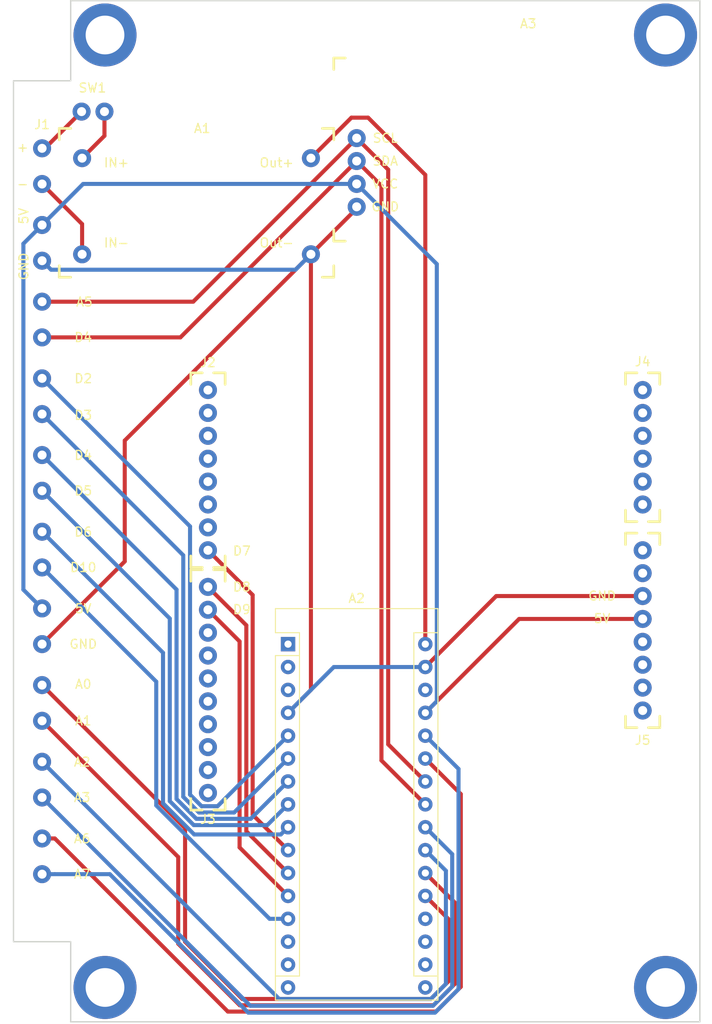
<source format=kicad_pcb>
(kicad_pcb (version 20171130) (host pcbnew "(5.0.0)")

  (general
    (thickness 1.6)
    (drawings 33)
    (tracks 126)
    (zones 0)
    (modules 13)
    (nets 60)
  )

  (page A4)
  (layers
    (0 F.Cu signal)
    (31 B.Cu signal)
    (32 B.Adhes user)
    (33 F.Adhes user)
    (34 B.Paste user)
    (35 F.Paste user)
    (36 B.SilkS user)
    (37 F.SilkS user)
    (38 B.Mask user)
    (39 F.Mask user)
    (40 Dwgs.User user)
    (41 Cmts.User user)
    (42 Eco1.User user)
    (43 Eco2.User user)
    (44 Edge.Cuts user)
    (45 Margin user)
    (46 B.CrtYd user)
    (47 F.CrtYd user)
    (48 B.Fab user)
    (49 F.Fab user)
  )

  (setup
    (last_trace_width 0.45)
    (trace_clearance 0.25)
    (zone_clearance 0.508)
    (zone_45_only no)
    (trace_min 0.2)
    (segment_width 0.2)
    (edge_width 0.15)
    (via_size 0.8)
    (via_drill 0.4)
    (via_min_size 0.4)
    (via_min_drill 0.3)
    (uvia_size 0.3)
    (uvia_drill 0.1)
    (uvias_allowed no)
    (uvia_min_size 0.2)
    (uvia_min_drill 0.1)
    (pcb_text_width 0.3)
    (pcb_text_size 1.5 1.5)
    (mod_edge_width 0.15)
    (mod_text_size 1 1)
    (mod_text_width 0.15)
    (pad_size 7 7)
    (pad_drill 4.3)
    (pad_to_mask_clearance 0.05)
    (solder_mask_min_width 0.2)
    (aux_axis_origin 0 0)
    (grid_origin 81.28 127)
    (visible_elements 7FFFFFFF)
    (pcbplotparams
      (layerselection 0x00030_ffffffff)
      (usegerberextensions false)
      (usegerberattributes false)
      (usegerberadvancedattributes false)
      (creategerberjobfile false)
      (excludeedgelayer true)
      (linewidth 0.100000)
      (plotframeref false)
      (viasonmask false)
      (mode 1)
      (useauxorigin false)
      (hpglpennumber 1)
      (hpglpenspeed 20)
      (hpglpendiameter 15.000000)
      (psnegative false)
      (psa4output false)
      (plotreference true)
      (plotvalue true)
      (plotinvisibletext false)
      (padsonsilk false)
      (subtractmaskfromsilk false)
      (outputformat 3)
      (mirror false)
      (drillshape 0)
      (scaleselection 1)
      (outputdirectory ""))
  )

  (net 0 "")
  (net 1 /gnd)
  (net 2 /vin)
  (net 3 /In+)
  (net 4 /In-)
  (net 5 "Net-(A2-Pad16)")
  (net 6 "Net-(A2-Pad15)")
  (net 7 "Net-(A2-Pad14)")
  (net 8 /d10)
  (net 9 "Net-(A2-Pad28)")
  (net 10 /d9)
  (net 11 /5v)
  (net 12 /d8)
  (net 13 /a7)
  (net 14 /d7)
  (net 15 /a6)
  (net 16 /d6)
  (net 17 /a5)
  (net 18 /d5)
  (net 19 /a4)
  (net 20 /d4)
  (net 21 /a3)
  (net 22 /d3)
  (net 23 /a2)
  (net 24 /d2)
  (net 25 /a1)
  (net 26 /a0)
  (net 27 "Net-(A2-Pad3)")
  (net 28 "Net-(A2-Pad18)")
  (net 29 "Net-(A2-Pad2)")
  (net 30 "Net-(A2-Pad17)")
  (net 31 "Net-(A2-Pad1)")
  (net 32 "Net-(J1-Pad1)")
  (net 33 "Net-(J2-Pad1)")
  (net 34 "Net-(J2-Pad2)")
  (net 35 "Net-(J2-Pad3)")
  (net 36 "Net-(J2-Pad4)")
  (net 37 "Net-(J2-Pad5)")
  (net 38 "Net-(J2-Pad6)")
  (net 39 "Net-(J2-Pad7)")
  (net 40 "Net-(J3-Pad10)")
  (net 41 "Net-(J3-Pad9)")
  (net 42 "Net-(J3-Pad8)")
  (net 43 "Net-(J3-Pad7)")
  (net 44 "Net-(J3-Pad6)")
  (net 45 "Net-(J3-Pad5)")
  (net 46 "Net-(J3-Pad4)")
  (net 47 "Net-(J3-Pad3)")
  (net 48 "Net-(J4-Pad6)")
  (net 49 "Net-(J4-Pad5)")
  (net 50 "Net-(J4-Pad4)")
  (net 51 "Net-(J4-Pad3)")
  (net 52 "Net-(J4-Pad2)")
  (net 53 "Net-(J4-Pad1)")
  (net 54 "Net-(J5-Pad1)")
  (net 55 "Net-(J5-Pad2)")
  (net 56 "Net-(J5-Pad5)")
  (net 57 "Net-(J5-Pad6)")
  (net 58 "Net-(J5-Pad7)")
  (net 59 "Net-(J5-Pad8)")

  (net_class Default "Это класс цепей по умолчанию."
    (clearance 0.25)
    (trace_width 0.45)
    (via_dia 0.8)
    (via_drill 0.4)
    (uvia_dia 0.3)
    (uvia_drill 0.1)
    (add_net /5v)
    (add_net /In+)
    (add_net /In-)
    (add_net /a0)
    (add_net /a1)
    (add_net /a2)
    (add_net /a3)
    (add_net /a4)
    (add_net /a5)
    (add_net /a6)
    (add_net /a7)
    (add_net /d10)
    (add_net /d2)
    (add_net /d3)
    (add_net /d4)
    (add_net /d5)
    (add_net /d6)
    (add_net /d7)
    (add_net /d8)
    (add_net /d9)
    (add_net /gnd)
    (add_net /vin)
    (add_net "Net-(A2-Pad1)")
    (add_net "Net-(A2-Pad14)")
    (add_net "Net-(A2-Pad15)")
    (add_net "Net-(A2-Pad16)")
    (add_net "Net-(A2-Pad17)")
    (add_net "Net-(A2-Pad18)")
    (add_net "Net-(A2-Pad2)")
    (add_net "Net-(A2-Pad28)")
    (add_net "Net-(A2-Pad3)")
    (add_net "Net-(J1-Pad1)")
    (add_net "Net-(J2-Pad1)")
    (add_net "Net-(J2-Pad2)")
    (add_net "Net-(J2-Pad3)")
    (add_net "Net-(J2-Pad4)")
    (add_net "Net-(J2-Pad5)")
    (add_net "Net-(J2-Pad6)")
    (add_net "Net-(J2-Pad7)")
    (add_net "Net-(J3-Pad10)")
    (add_net "Net-(J3-Pad3)")
    (add_net "Net-(J3-Pad4)")
    (add_net "Net-(J3-Pad5)")
    (add_net "Net-(J3-Pad6)")
    (add_net "Net-(J3-Pad7)")
    (add_net "Net-(J3-Pad8)")
    (add_net "Net-(J3-Pad9)")
    (add_net "Net-(J4-Pad1)")
    (add_net "Net-(J4-Pad2)")
    (add_net "Net-(J4-Pad3)")
    (add_net "Net-(J4-Pad4)")
    (add_net "Net-(J4-Pad5)")
    (add_net "Net-(J4-Pad6)")
    (add_net "Net-(J5-Pad1)")
    (add_net "Net-(J5-Pad2)")
    (add_net "Net-(J5-Pad5)")
    (add_net "Net-(J5-Pad6)")
    (add_net "Net-(J5-Pad7)")
    (add_net "Net-(J5-Pad8)")
  )

  (module module_4:Arduino_Nano (layer F.Cu) (tedit 5C6F91C9) (tstamp 5C71596F)
    (at 111.76 85.09)
    (descr "Arduino Nano, http://www.mouser.com/pdfdocs/Gravitech_Arduino_Nano3_0.pdf")
    (tags "Arduino Nano")
    (path /5C6C582B)
    (fp_text reference A2 (at 7.62 -5.08) (layer F.SilkS)
      (effects (font (size 1 1) (thickness 0.15)))
    )
    (fp_text value Arduino_Nano_v3.x (at 8.89 19.05 90) (layer F.Fab)
      (effects (font (size 1 1) (thickness 0.15)))
    )
    (fp_line (start 16.75 42.16) (end -1.53 42.16) (layer F.CrtYd) (width 0.05))
    (fp_line (start 16.75 42.16) (end 16.75 -4.06) (layer F.CrtYd) (width 0.05))
    (fp_line (start -1.53 -4.06) (end -1.53 42.16) (layer F.CrtYd) (width 0.05))
    (fp_line (start -1.53 -4.06) (end 16.75 -4.06) (layer F.CrtYd) (width 0.05))
    (fp_line (start 16.51 -3.81) (end 16.51 39.37) (layer F.Fab) (width 0.1))
    (fp_line (start 0 -3.81) (end 16.51 -3.81) (layer F.Fab) (width 0.1))
    (fp_line (start -1.27 -2.54) (end 0 -3.81) (layer F.Fab) (width 0.1))
    (fp_line (start -1.27 39.37) (end -1.27 -2.54) (layer F.Fab) (width 0.1))
    (fp_line (start 16.51 39.37) (end -1.27 39.37) (layer F.Fab) (width 0.1))
    (fp_line (start 16.64 -3.94) (end -1.4 -3.94) (layer F.SilkS) (width 0.12))
    (fp_line (start 16.64 39.5) (end 16.64 -3.94) (layer F.SilkS) (width 0.12))
    (fp_line (start -1.4 39.5) (end 16.64 39.5) (layer F.SilkS) (width 0.12))
    (fp_line (start 3.81 41.91) (end 3.81 31.75) (layer F.Fab) (width 0.1))
    (fp_line (start 11.43 41.91) (end 3.81 41.91) (layer F.Fab) (width 0.1))
    (fp_line (start 11.43 31.75) (end 11.43 41.91) (layer F.Fab) (width 0.1))
    (fp_line (start 3.81 31.75) (end 11.43 31.75) (layer F.Fab) (width 0.1))
    (fp_line (start 1.27 36.83) (end -1.4 36.83) (layer F.SilkS) (width 0.12))
    (fp_line (start 1.27 1.27) (end 1.27 36.83) (layer F.SilkS) (width 0.12))
    (fp_line (start 1.27 1.27) (end -1.4 1.27) (layer F.SilkS) (width 0.12))
    (fp_line (start 13.97 36.83) (end 16.64 36.83) (layer F.SilkS) (width 0.12))
    (fp_line (start 13.97 -1.27) (end 13.97 36.83) (layer F.SilkS) (width 0.12))
    (fp_line (start 13.97 -1.27) (end 16.64 -1.27) (layer F.SilkS) (width 0.12))
    (fp_line (start -1.4 -3.94) (end -1.4 -1.27) (layer F.SilkS) (width 0.12))
    (fp_line (start -1.4 1.27) (end -1.4 39.5) (layer F.SilkS) (width 0.12))
    (fp_line (start 1.27 -1.27) (end -1.4 -1.27) (layer F.SilkS) (width 0.12))
    (fp_line (start 1.27 1.27) (end 1.27 -1.27) (layer F.SilkS) (width 0.12))
    (fp_text user %R (at 6.35 19.05 90) (layer F.Fab)
      (effects (font (size 1 1) (thickness 0.15)))
    )
    (pad "" thru_hole oval (at 15.24 38.1) (size 1.6 1.6) (drill 0.8) (layers *.Cu *.Mask))
    (pad "" thru_hole oval (at 0 38.1) (size 1.6 1.6) (drill 0.8) (layers *.Cu *.Mask))
    (pad 16 thru_hole oval (at 15.24 35.56) (size 1.6 1.6) (drill 0.8) (layers *.Cu *.Mask)
      (net 5 "Net-(A2-Pad16)"))
    (pad 15 thru_hole oval (at 0 35.56) (size 1.6 1.6) (drill 0.8) (layers *.Cu *.Mask)
      (net 6 "Net-(A2-Pad15)"))
    (pad 30 thru_hole oval (at 15.24 0) (size 1.6 1.6) (drill 0.8) (layers *.Cu *.Mask)
      (net 2 /vin))
    (pad 14 thru_hole oval (at 0 33.02) (size 1.6 1.6) (drill 0.8) (layers *.Cu *.Mask)
      (net 7 "Net-(A2-Pad14)"))
    (pad 29 thru_hole oval (at 15.24 2.54) (size 1.6 1.6) (drill 0.8) (layers *.Cu *.Mask)
      (net 1 /gnd))
    (pad 13 thru_hole oval (at 0 30.48) (size 1.6 1.6) (drill 0.8) (layers *.Cu *.Mask)
      (net 8 /d10))
    (pad 28 thru_hole oval (at 15.24 5.08) (size 1.6 1.6) (drill 0.8) (layers *.Cu *.Mask)
      (net 9 "Net-(A2-Pad28)"))
    (pad 12 thru_hole oval (at 0 27.94) (size 1.6 1.6) (drill 0.8) (layers *.Cu *.Mask)
      (net 10 /d9))
    (pad 27 thru_hole oval (at 15.24 7.62) (size 1.6 1.6) (drill 0.8) (layers *.Cu *.Mask)
      (net 11 /5v))
    (pad 11 thru_hole oval (at 0 25.4) (size 1.6 1.6) (drill 0.8) (layers *.Cu *.Mask)
      (net 12 /d8))
    (pad 26 thru_hole oval (at 15.24 10.16) (size 1.6 1.6) (drill 0.8) (layers *.Cu *.Mask)
      (net 13 /a7))
    (pad 10 thru_hole oval (at 0 22.86) (size 1.6 1.6) (drill 0.8) (layers *.Cu *.Mask)
      (net 14 /d7))
    (pad 25 thru_hole oval (at 15.24 12.7) (size 1.6 1.6) (drill 0.8) (layers *.Cu *.Mask)
      (net 15 /a6))
    (pad 9 thru_hole oval (at 0 20.32) (size 1.6 1.6) (drill 0.8) (layers *.Cu *.Mask)
      (net 16 /d6))
    (pad 24 thru_hole oval (at 15.24 15.24) (size 1.6 1.6) (drill 0.8) (layers *.Cu *.Mask)
      (net 17 /a5))
    (pad 8 thru_hole oval (at 0 17.78) (size 1.6 1.6) (drill 0.8) (layers *.Cu *.Mask)
      (net 18 /d5))
    (pad 23 thru_hole oval (at 15.24 17.78) (size 1.6 1.6) (drill 0.8) (layers *.Cu *.Mask)
      (net 19 /a4))
    (pad 7 thru_hole oval (at 0 15.24) (size 1.6 1.6) (drill 0.8) (layers *.Cu *.Mask)
      (net 20 /d4))
    (pad 22 thru_hole oval (at 15.24 20.32) (size 1.6 1.6) (drill 0.8) (layers *.Cu *.Mask)
      (net 21 /a3))
    (pad 6 thru_hole oval (at 0 12.7) (size 1.6 1.6) (drill 0.8) (layers *.Cu *.Mask)
      (net 22 /d3))
    (pad 21 thru_hole oval (at 15.24 22.86) (size 1.6 1.6) (drill 0.8) (layers *.Cu *.Mask)
      (net 23 /a2))
    (pad 5 thru_hole oval (at 0 10.16) (size 1.6 1.6) (drill 0.8) (layers *.Cu *.Mask)
      (net 24 /d2))
    (pad 20 thru_hole oval (at 15.24 25.4) (size 1.6 1.6) (drill 0.8) (layers *.Cu *.Mask)
      (net 25 /a1))
    (pad 4 thru_hole oval (at 0 7.62) (size 1.6 1.6) (drill 0.8) (layers *.Cu *.Mask)
      (net 1 /gnd))
    (pad 19 thru_hole oval (at 15.24 27.94) (size 1.6 1.6) (drill 0.8) (layers *.Cu *.Mask)
      (net 26 /a0))
    (pad 3 thru_hole oval (at 0 5.08) (size 1.6 1.6) (drill 0.8) (layers *.Cu *.Mask)
      (net 27 "Net-(A2-Pad3)"))
    (pad 18 thru_hole oval (at 15.24 30.48) (size 1.6 1.6) (drill 0.8) (layers *.Cu *.Mask)
      (net 28 "Net-(A2-Pad18)"))
    (pad 2 thru_hole oval (at 0 2.54) (size 1.6 1.6) (drill 0.8) (layers *.Cu *.Mask)
      (net 29 "Net-(A2-Pad2)"))
    (pad 17 thru_hole oval (at 15.24 33.02) (size 1.6 1.6) (drill 0.8) (layers *.Cu *.Mask)
      (net 30 "Net-(A2-Pad17)"))
    (pad 1 thru_hole rect (at 0 0) (size 1.6 1.6) (drill 0.8) (layers *.Cu *.Mask)
      (net 31 "Net-(A2-Pad1)"))
    (model "${KIPRJMOD}/module_4.pretty/arduino nano.STEP"
      (offset (xyz 0 0 2.65))
      (scale (xyz 1 1 1))
      (rotate (xyz -90 0 90))
    )
  )

  (module module_4:ZS-042_1 (layer F.Cu) (tedit 5C6E4FD7) (tstamp 5C7174B9)
    (at 119.38 36.5633)
    (path /5C6DA5A2)
    (fp_text reference A3 (at 19.05 -20.32) (layer F.SilkS)
      (effects (font (size 1 1) (thickness 0.15)))
    )
    (fp_text value ZS-042_RTC1 (at 0 2.54) (layer F.Fab)
      (effects (font (size 1 1) (thickness 0.15)))
    )
    (fp_text user SCL (at 3.175 -7.62) (layer F.SilkS)
      (effects (font (size 1 1) (thickness 0.15)))
    )
    (fp_text user SDA (at 3.175 -5.08) (layer F.SilkS)
      (effects (font (size 1 1) (thickness 0.15)))
    )
    (fp_text user VCC (at 3.175 -2.54) (layer F.SilkS)
      (effects (font (size 1 1) (thickness 0.15)))
    )
    (fp_text user GND (at 3.175 0) (layer F.SilkS)
      (effects (font (size 1 1) (thickness 0.15)))
    )
    (fp_line (start -2.54 -16.51) (end -2.54 -15.24) (layer F.SilkS) (width 0.3))
    (fp_line (start -1.27 -16.51) (end -2.54 -16.51) (layer F.SilkS) (width 0.3))
    (fp_line (start -2.54 3.81) (end -2.54 2.54) (layer F.SilkS) (width 0.3))
    (fp_line (start -1.27 3.81) (end -2.54 3.81) (layer F.SilkS) (width 0.3))
    (pad 6 thru_hole circle (at 0 0) (size 2 2) (drill 1) (layers *.Cu *.Mask)
      (net 1 /gnd))
    (pad 5 thru_hole circle (at 0 -2.54) (size 2 2) (drill 1) (layers *.Cu *.Mask)
      (net 11 /5v))
    (pad 3 thru_hole circle (at 0 -7.62) (size 2 2) (drill 1) (layers *.Cu *.Mask)
      (net 17 /a5))
    (pad 4 thru_hole circle (at 0 -5.08) (size 2 2) (drill 1) (layers *.Cu *.Mask)
      (net 19 /a4))
    (model ${KIPRJMOD}/module_4.pretty/ZS-042.stp
      (offset (xyz 41.75 9.4 1))
      (scale (xyz 1 1 1))
      (rotate (xyz 0 0 0))
    )
  )

  (module module_4:plc_x6 (layer F.Cu) (tedit 5C6E4D90) (tstamp 5C715EC3)
    (at 151.13 69.596)
    (path /5C6DFC15)
    (fp_text reference J4 (at 0 -15.846) (layer F.SilkS)
      (effects (font (size 1 1) (thickness 0.15)))
    )
    (fp_text value Conn_01x06_Female (at 0 -9.39) (layer F.Fab)
      (effects (font (size 1 1) (thickness 0.15)))
    )
    (fp_line (start -1.905 1.905) (end -1.905 0.635) (layer F.SilkS) (width 0.3))
    (fp_line (start -0.635 1.905) (end -1.905 1.905) (layer F.SilkS) (width 0.3))
    (fp_line (start 1.905 1.905) (end 0.635 1.905) (layer F.SilkS) (width 0.3))
    (fp_line (start 1.905 0.635) (end 1.905 1.905) (layer F.SilkS) (width 0.3))
    (fp_line (start -1.905 -14.605) (end -1.905 -13.335) (layer F.SilkS) (width 0.3))
    (fp_line (start -0.635 -14.605) (end -1.905 -14.605) (layer F.SilkS) (width 0.3))
    (fp_line (start 1.905 -14.605) (end 1.905 -13.335) (layer F.SilkS) (width 0.3))
    (fp_line (start 0.635 -14.605) (end 1.905 -14.605) (layer F.SilkS) (width 0.3))
    (pad 6 thru_hole circle (at 0 0) (size 2 2) (drill 1) (layers *.Cu *.Mask)
      (net 48 "Net-(J4-Pad6)"))
    (pad 5 thru_hole circle (at 0 -2.54) (size 2 2) (drill 1) (layers *.Cu *.Mask)
      (net 49 "Net-(J4-Pad5)"))
    (pad 4 thru_hole circle (at 0 -5.08) (size 2 2) (drill 1) (layers *.Cu *.Mask)
      (net 50 "Net-(J4-Pad4)"))
    (pad 3 thru_hole circle (at 0 -7.62) (size 2 2) (drill 1) (layers *.Cu *.Mask)
      (net 51 "Net-(J4-Pad3)"))
    (pad 2 thru_hole circle (at 0 -10.16) (size 2 2) (drill 1) (layers *.Cu *.Mask)
      (net 52 "Net-(J4-Pad2)"))
    (pad 1 thru_hole circle (at 0 -12.7) (size 2 2) (drill 1) (layers *.Cu *.Mask)
      (net 53 "Net-(J4-Pad1)"))
  )

  (module module_4:plc_x8 (layer F.Cu) (tedit 5C6E4DA9) (tstamp 5C715FC5)
    (at 151.13 92.456)
    (path /5C6DE352)
    (fp_text reference J5 (at 0 3.294) (layer F.SilkS)
      (effects (font (size 1 1) (thickness 0.15)))
    )
    (fp_text value Conn_01x08_Female (at 0 -14.47) (layer F.Fab)
      (effects (font (size 1 1) (thickness 0.15)))
    )
    (fp_line (start 1.905 1.905) (end 1.905 0.635) (layer F.SilkS) (width 0.3))
    (fp_line (start 0.635 1.905) (end 1.905 1.905) (layer F.SilkS) (width 0.3))
    (fp_line (start -1.905 1.905) (end -0.635 1.905) (layer F.SilkS) (width 0.3))
    (fp_line (start -1.905 0.635) (end -1.905 1.905) (layer F.SilkS) (width 0.3))
    (fp_line (start -1.905 -19.685) (end -1.905 -18.415) (layer F.SilkS) (width 0.3))
    (fp_line (start -0.635 -19.685) (end -1.905 -19.685) (layer F.SilkS) (width 0.3))
    (fp_line (start 1.905 -19.685) (end 1.905 -18.415) (layer F.SilkS) (width 0.3))
    (fp_line (start 0.635 -19.685) (end 1.905 -19.685) (layer F.SilkS) (width 0.3))
    (pad 1 thru_hole circle (at 0 -17.78) (size 2 2) (drill 1) (layers *.Cu *.Mask)
      (net 54 "Net-(J5-Pad1)"))
    (pad 2 thru_hole circle (at 0 -15.24) (size 2 2) (drill 1) (layers *.Cu *.Mask)
      (net 55 "Net-(J5-Pad2)"))
    (pad 3 thru_hole circle (at 0 -12.7) (size 2 2) (drill 1) (layers *.Cu *.Mask)
      (net 1 /gnd))
    (pad 4 thru_hole circle (at 0 -10.16) (size 2 2) (drill 1) (layers *.Cu *.Mask)
      (net 11 /5v))
    (pad 5 thru_hole circle (at 0 -7.62) (size 2 2) (drill 1) (layers *.Cu *.Mask)
      (net 56 "Net-(J5-Pad5)"))
    (pad 6 thru_hole circle (at 0 -5.08) (size 2 2) (drill 1) (layers *.Cu *.Mask)
      (net 57 "Net-(J5-Pad6)"))
    (pad 7 thru_hole circle (at 0 -2.54) (size 2 2) (drill 1) (layers *.Cu *.Mask)
      (net 58 "Net-(J5-Pad7)"))
    (pad 8 thru_hole circle (at 0 0) (size 2 2) (drill 1) (layers *.Cu *.Mask)
      (net 59 "Net-(J5-Pad8)"))
  )

  (module module_4:plc_x10 (layer F.Cu) (tedit 5C6E4DBE) (tstamp 5C6E4908)
    (at 102.87 101.6)
    (path /5C6C4183)
    (fp_text reference J3 (at 0 2.921) (layer F.SilkS)
      (effects (font (size 1 1) (thickness 0.15)))
    )
    (fp_text value Conn_01x10_Female (at 0 -19.55) (layer F.Fab)
      (effects (font (size 1 1) (thickness 0.15)))
    )
    (fp_line (start 1.905 1.905) (end 1.905 0.635) (layer F.SilkS) (width 0.3))
    (fp_line (start 0.635 1.905) (end 1.905 1.905) (layer F.SilkS) (width 0.3))
    (fp_line (start -1.905 1.905) (end -0.635 1.905) (layer F.SilkS) (width 0.3))
    (fp_line (start -1.905 0.635) (end -1.905 1.905) (layer F.SilkS) (width 0.3))
    (fp_line (start -1.905 -24.765) (end -1.905 -23.495) (layer F.SilkS) (width 0.3))
    (fp_line (start -0.635 -24.765) (end -1.905 -24.765) (layer F.SilkS) (width 0.3))
    (fp_line (start 1.905 -24.765) (end 1.905 -23.495) (layer F.SilkS) (width 0.3))
    (fp_line (start 0.635 -24.765) (end 1.905 -24.765) (layer F.SilkS) (width 0.3))
    (pad 10 thru_hole circle (at 0 0) (size 2 2) (drill 1) (layers *.Cu *.Mask)
      (net 40 "Net-(J3-Pad10)"))
    (pad 9 thru_hole circle (at 0 -2.54) (size 2 2) (drill 1) (layers *.Cu *.Mask)
      (net 41 "Net-(J3-Pad9)"))
    (pad 8 thru_hole circle (at 0 -5.08) (size 2 2) (drill 1) (layers *.Cu *.Mask)
      (net 42 "Net-(J3-Pad8)"))
    (pad 7 thru_hole circle (at 0 -7.62) (size 2 2) (drill 1) (layers *.Cu *.Mask)
      (net 43 "Net-(J3-Pad7)"))
    (pad 6 thru_hole circle (at 0 -10.16) (size 2 2) (drill 1) (layers *.Cu *.Mask)
      (net 44 "Net-(J3-Pad6)"))
    (pad 5 thru_hole circle (at 0 -12.7) (size 2 2) (drill 1) (layers *.Cu *.Mask)
      (net 45 "Net-(J3-Pad5)"))
    (pad 4 thru_hole circle (at 0 -15.24) (size 2 2) (drill 1) (layers *.Cu *.Mask)
      (net 46 "Net-(J3-Pad4)"))
    (pad 3 thru_hole circle (at 0 -17.78) (size 2 2) (drill 1) (layers *.Cu *.Mask)
      (net 47 "Net-(J3-Pad3)"))
    (pad 2 thru_hole circle (at 0 -20.32) (size 2 2) (drill 1) (layers *.Cu *.Mask)
      (net 10 /d9))
    (pad 1 thru_hole circle (at 0 -22.86) (size 2 2) (drill 1) (layers *.Cu *.Mask)
      (net 12 /d8))
  )

  (module module_4:plc_x8 (layer F.Cu) (tedit 5C6E4DA9) (tstamp 5C714B9A)
    (at 102.87 74.676)
    (path /5C6C3E7A)
    (fp_text reference J2 (at 0 -20.828) (layer F.SilkS)
      (effects (font (size 1 1) (thickness 0.15)))
    )
    (fp_text value Conn_01x08_Female (at 0 3.31) (layer F.Fab)
      (effects (font (size 1 1) (thickness 0.15)))
    )
    (fp_line (start 1.905 1.905) (end 1.905 0.635) (layer F.SilkS) (width 0.3))
    (fp_line (start 0.635 1.905) (end 1.905 1.905) (layer F.SilkS) (width 0.3))
    (fp_line (start -1.905 1.905) (end -0.635 1.905) (layer F.SilkS) (width 0.3))
    (fp_line (start -1.905 0.635) (end -1.905 1.905) (layer F.SilkS) (width 0.3))
    (fp_line (start -1.905 -19.685) (end -1.905 -18.415) (layer F.SilkS) (width 0.3))
    (fp_line (start -0.635 -19.685) (end -1.905 -19.685) (layer F.SilkS) (width 0.3))
    (fp_line (start 1.905 -19.685) (end 1.905 -18.415) (layer F.SilkS) (width 0.3))
    (fp_line (start 0.635 -19.685) (end 1.905 -19.685) (layer F.SilkS) (width 0.3))
    (pad 1 thru_hole circle (at 0 -17.78) (size 2 2) (drill 1) (layers *.Cu *.Mask)
      (net 33 "Net-(J2-Pad1)"))
    (pad 2 thru_hole circle (at 0 -15.24) (size 2 2) (drill 1) (layers *.Cu *.Mask)
      (net 34 "Net-(J2-Pad2)"))
    (pad 3 thru_hole circle (at 0 -12.7) (size 2 2) (drill 1) (layers *.Cu *.Mask)
      (net 35 "Net-(J2-Pad3)"))
    (pad 4 thru_hole circle (at 0 -10.16) (size 2 2) (drill 1) (layers *.Cu *.Mask)
      (net 36 "Net-(J2-Pad4)"))
    (pad 5 thru_hole circle (at 0 -7.62) (size 2 2) (drill 1) (layers *.Cu *.Mask)
      (net 37 "Net-(J2-Pad5)"))
    (pad 6 thru_hole circle (at 0 -5.08) (size 2 2) (drill 1) (layers *.Cu *.Mask)
      (net 38 "Net-(J2-Pad6)"))
    (pad 7 thru_hole circle (at 0 -2.54) (size 2 2) (drill 1) (layers *.Cu *.Mask)
      (net 39 "Net-(J2-Pad7)"))
    (pad 8 thru_hole circle (at 0 0) (size 2 2) (drill 1) (layers *.Cu *.Mask)
      (net 14 /d7))
  )

  (module module_4:ReoRand_LM2596 (layer F.Cu) (tedit 5C6E4CA3) (tstamp 5C71683B)
    (at 88.9 41.8338)
    (path /5C6F0095)
    (fp_text reference A1 (at 13.335 -13.97) (layer F.SilkS)
      (effects (font (size 1 1) (thickness 0.15)))
    )
    (fp_text value ReoRand_LM2596 (at 12.7 -5.08) (layer F.Fab)
      (effects (font (size 1 1) (thickness 0.15)))
    )
    (fp_text user Out- (at 21.59 -1.27) (layer F.SilkS)
      (effects (font (size 1 1) (thickness 0.15)))
    )
    (fp_text user Out+ (at 21.59 -10.16) (layer F.SilkS)
      (effects (font (size 1 1) (thickness 0.15)))
    )
    (fp_text user IN- (at 3.81 -1.27) (layer F.SilkS)
      (effects (font (size 1 1) (thickness 0.15)))
    )
    (fp_text user IN+ (at 3.81 -10.16) (layer F.SilkS)
      (effects (font (size 1 1) (thickness 0.15)))
    )
    (fp_line (start -2.54 -13.97) (end -1.27 -13.97) (layer F.SilkS) (width 0.3))
    (fp_line (start -2.54 -12.7) (end -2.54 -13.97) (layer F.SilkS) (width 0.3))
    (fp_line (start -2.54 2.54) (end -2.54 1.27) (layer F.SilkS) (width 0.3))
    (fp_line (start -1.27 2.54) (end -2.54 2.54) (layer F.SilkS) (width 0.3))
    (fp_line (start 27.94 2.54) (end 26.67 2.54) (layer F.SilkS) (width 0.3))
    (fp_line (start 27.94 1.27) (end 27.94 2.54) (layer F.SilkS) (width 0.3))
    (fp_line (start 27.94 -13.97) (end 27.94 -12.7) (layer F.SilkS) (width 0.3))
    (fp_line (start 26.67 -13.97) (end 27.94 -13.97) (layer F.SilkS) (width 0.3))
    (pad 4 thru_hole circle (at 25.4 0) (size 2 2) (drill 1) (layers *.Cu *.Mask)
      (net 1 /gnd))
    (pad 3 thru_hole circle (at 25.4 -10.668) (size 2 2) (drill 1) (layers *.Cu *.Mask)
      (net 2 /vin))
    (pad 1 thru_hole circle (at 0 -10.668) (size 2 2) (drill 1) (layers *.Cu *.Mask)
      (net 3 /In+))
    (pad 2 thru_hole circle (at 0 0) (size 2 2) (drill 1) (layers *.Cu *.Mask)
      (net 4 /In-))
    (model ${KIPRJMOD}/module_4.pretty/ReoRand_LM2596_Buck_Converter.stp
      (offset (xyz 41.5 19.25 3.5))
      (scale (xyz 1 1 1))
      (rotate (xyz -90 0 180))
    )
  )

  (module module_4:klemmnik_x20 (layer F.Cu) (tedit 5C6E462C) (tstamp 5C714768)
    (at 84.455 110.617)
    (path /5C6C61D1)
    (fp_text reference J1 (at 0 -83.185) (layer F.SilkS)
      (effects (font (size 1 1) (thickness 0.15)))
    )
    (fp_text value Conn_01x20 (at 0 3.31) (layer F.Fab)
      (effects (font (size 1 1) (thickness 0.15)))
    )
    (pad 1 thru_hole circle (at 0 -80.5434) (size 2 2) (drill 1) (layers *.Cu *.Mask)
      (net 32 "Net-(J1-Pad1)"))
    (pad 2 thru_hole circle (at 0 -76.581) (size 2 2) (drill 1) (layers *.Cu *.Mask)
      (net 4 /In-))
    (pad 7 thru_hole circle (at 0 -55.0164) (size 2 2) (drill 1) (layers *.Cu *.Mask)
      (net 24 /d2))
    (pad 10 thru_hole circle (at 0 -42.545) (size 2 2) (drill 1) (layers *.Cu *.Mask)
      (net 18 /d5))
    (pad 8 thru_hole circle (at 0 -51.054) (size 2 2) (drill 1) (layers *.Cu *.Mask)
      (net 22 /d3))
    (pad 6 thru_hole circle (at 0 -59.563) (size 2 2) (drill 1) (layers *.Cu *.Mask)
      (net 19 /a4))
    (pad 9 thru_hole circle (at 0 -46.5074) (size 2 2) (drill 1) (layers *.Cu *.Mask)
      (net 20 /d4))
    (pad 5 thru_hole circle (at 0 -63.5254) (size 2 2) (drill 1) (layers *.Cu *.Mask)
      (net 17 /a5))
    (pad 4 thru_hole circle (at 0 -68.072) (size 2 2) (drill 1) (layers *.Cu *.Mask)
      (net 1 /gnd))
    (pad 3 thru_hole circle (at 0 -72.0344) (size 2 2) (drill 1) (layers *.Cu *.Mask)
      (net 11 /5v))
    (pad 11 thru_hole circle (at 0 -37.9984) (size 2 2) (drill 1) (layers *.Cu *.Mask)
      (net 16 /d6))
    (pad 14 thru_hole circle (at 0 -25.527) (size 2 2) (drill 1) (layers *.Cu *.Mask)
      (net 1 /gnd))
    (pad 12 thru_hole circle (at 0 -34.036) (size 2 2) (drill 1) (layers *.Cu *.Mask)
      (net 8 /d10))
    (pad 13 thru_hole circle (at 0 -29.4894) (size 2 2) (drill 1) (layers *.Cu *.Mask)
      (net 11 /5v))
    (pad 16 thru_hole circle (at 0 -17.018) (size 2 2) (drill 1) (layers *.Cu *.Mask)
      (net 25 /a1))
    (pad 15 thru_hole circle (at 0 -20.9804) (size 2 2) (drill 1) (layers *.Cu *.Mask)
      (net 26 /a0))
    (pad 17 thru_hole circle (at 0 -12.4714) (size 2 2) (drill 1) (layers *.Cu *.Mask)
      (net 23 /a2))
    (pad 18 thru_hole circle (at 0 -8.509) (size 2 2) (drill 1) (layers *.Cu *.Mask)
      (net 21 /a3))
    (pad 19 thru_hole circle (at 0 -3.9624) (size 2 2) (drill 1) (layers *.Cu *.Mask)
      (net 15 /a6))
    (pad 20 thru_hole circle (at 0 0) (size 2 2) (drill 1) (layers *.Cu *.Mask)
      (net 13 /a7))
    (model ${KIPRJMOD}/module_4.pretty/KPP_350.stp
      (offset (xyz 0 78.5 0))
      (scale (xyz 1 1 1))
      (rotate (xyz 0 0 90))
    )
  )

  (module MountingHole:MountingHole_4.3mm_M4_ISO14580_Pad locked (layer F.Cu) (tedit 5C6D9AB4) (tstamp 5C6DAB2C)
    (at 91.44 17.5006)
    (descr "Mounting Hole 4.3mm, M4, ISO14580")
    (tags "mounting hole 4.3mm m4 iso14580")
    (attr virtual)
    (fp_text reference REF** (at 0 -4.5) (layer F.SilkS) hide
      (effects (font (size 1 1) (thickness 0.15)))
    )
    (fp_text value MountingHole_4.3mm_M4_ISO14580_Pad (at 0 4.5) (layer F.Fab) hide
      (effects (font (size 1 1) (thickness 0.15)))
    )
    (fp_text user %R (at 0.3 0) (layer F.Fab)
      (effects (font (size 1 1) (thickness 0.15)))
    )
    (fp_circle (center 0 0) (end 3.5 0) (layer Cmts.User) (width 0.15))
    (fp_circle (center 0 0) (end 3.75 0) (layer F.CrtYd) (width 0.05))
    (pad "" thru_hole circle (at 0 0) (size 7 7) (drill 4.3) (layers *.Cu *.Mask))
  )

  (module MountingHole:MountingHole_4.3mm_M4_ISO14580_Pad locked (layer F.Cu) (tedit 5C6D9AB4) (tstamp 5C6DAB2C)
    (at 153.67 17.5006)
    (descr "Mounting Hole 4.3mm, M4, ISO14580")
    (tags "mounting hole 4.3mm m4 iso14580")
    (attr virtual)
    (fp_text reference REF** (at 0 -4.5) (layer F.SilkS) hide
      (effects (font (size 1 1) (thickness 0.15)))
    )
    (fp_text value MountingHole_4.3mm_M4_ISO14580_Pad (at 0 4.5) (layer F.Fab) hide
      (effects (font (size 1 1) (thickness 0.15)))
    )
    (fp_text user %R (at 0.3 0) (layer F.Fab)
      (effects (font (size 1 1) (thickness 0.15)))
    )
    (fp_circle (center 0 0) (end 3.5 0) (layer Cmts.User) (width 0.15))
    (fp_circle (center 0 0) (end 3.75 0) (layer F.CrtYd) (width 0.05))
    (pad "" thru_hole circle (at 0 0) (size 7 7) (drill 4.3) (layers *.Cu *.Mask))
  )

  (module MountingHole:MountingHole_4.3mm_M4_ISO14580_Pad locked (layer F.Cu) (tedit 5C6D9AB4) (tstamp 5C6DAB2C)
    (at 153.67 123.19)
    (descr "Mounting Hole 4.3mm, M4, ISO14580")
    (tags "mounting hole 4.3mm m4 iso14580")
    (attr virtual)
    (fp_text reference REF** (at 0 -4.5) (layer F.SilkS) hide
      (effects (font (size 1 1) (thickness 0.15)))
    )
    (fp_text value MountingHole_4.3mm_M4_ISO14580_Pad (at 0 4.5) (layer F.Fab) hide
      (effects (font (size 1 1) (thickness 0.15)))
    )
    (fp_text user %R (at 0.3 0) (layer F.Fab)
      (effects (font (size 1 1) (thickness 0.15)))
    )
    (fp_circle (center 0 0) (end 3.5 0) (layer Cmts.User) (width 0.15))
    (fp_circle (center 0 0) (end 3.75 0) (layer F.CrtYd) (width 0.05))
    (pad "" thru_hole circle (at 0 0) (size 7 7) (drill 4.3) (layers *.Cu *.Mask))
  )

  (module MountingHole:MountingHole_4.3mm_M4_ISO14580_Pad locked (layer F.Cu) (tedit 5C6D9AB4) (tstamp 5C6DAB03)
    (at 91.44 123.19)
    (descr "Mounting Hole 4.3mm, M4, ISO14580")
    (tags "mounting hole 4.3mm m4 iso14580")
    (attr virtual)
    (fp_text reference REF** (at 0 -4.5) (layer F.SilkS) hide
      (effects (font (size 1 1) (thickness 0.15)))
    )
    (fp_text value MountingHole_4.3mm_M4_ISO14580_Pad (at 0 4.5) (layer F.Fab) hide
      (effects (font (size 1 1) (thickness 0.15)))
    )
    (fp_circle (center 0 0) (end 3.75 0) (layer F.CrtYd) (width 0.05))
    (fp_circle (center 0 0) (end 3.5 0) (layer Cmts.User) (width 0.15))
    (fp_text user %R (at 0.3 0) (layer F.Fab)
      (effects (font (size 1 1) (thickness 0.15)))
    )
    (pad "" thru_hole circle (at 0 0) (size 7 7) (drill 4.3) (layers *.Cu *.Mask))
  )

  (module module_4:button (layer F.Cu) (tedit 5C6E47DE) (tstamp 5C6E4A0E)
    (at 91.38 26 90)
    (path /5C6FC1D8)
    (fp_text reference SW1 (at 2.632 -1.337 180) (layer F.SilkS)
      (effects (font (size 1 1) (thickness 0.15)))
    )
    (fp_text value SW_Push (at 0 2.54 90) (layer F.Fab)
      (effects (font (size 1 1) (thickness 0.15)))
    )
    (pad 2 thru_hole circle (at 0 0 90) (size 2 2) (drill 1) (layers *.Cu *.Mask)
      (net 3 /In+))
    (pad 1 thru_hole circle (at 0 -2.54 90) (size 2 2) (drill 1) (layers *.Cu *.Mask)
      (net 32 "Net-(J1-Pad1)"))
    (model ${KIPRJMOD}/module_4.pretty/ZS-042.stp
      (offset (xyz 41.75 9.4 1))
      (scale (xyz 1 1 1))
      (rotate (xyz 0 0 0))
    )
  )

  (gr_text GND (at 82.423 43.18 90) (layer F.SilkS)
    (effects (font (size 1 1) (thickness 0.15)))
  )
  (gr_text 5V (at 82.423 37.592 90) (layer F.SilkS)
    (effects (font (size 1 1) (thickness 0.15)))
  )
  (gr_text - (at 82.296 34.036) (layer F.SilkS)
    (effects (font (size 1 1) (thickness 0.15)))
  )
  (gr_text + (at 82.296 29.972) (layer F.SilkS)
    (effects (font (size 1 1) (thickness 0.15)))
  )
  (gr_text A5 (at 89.154 47.117) (layer F.SilkS) (tstamp 5C6E64DD)
    (effects (font (size 1 1) (thickness 0.15)))
  )
  (gr_text D4 (at 89.027 51.054) (layer F.SilkS) (tstamp 5C6E64DD)
    (effects (font (size 1 1) (thickness 0.15)))
  )
  (gr_text D2 (at 89.027 55.626) (layer F.SilkS) (tstamp 5C6E64DD)
    (effects (font (size 1 1) (thickness 0.15)))
  )
  (gr_text D3 (at 89.027 59.69) (layer F.SilkS) (tstamp 5C6E64DD)
    (effects (font (size 1 1) (thickness 0.15)))
  )
  (gr_text D4 (at 89.027 64.135) (layer F.SilkS) (tstamp 5C6E64DD)
    (effects (font (size 1 1) (thickness 0.15)))
  )
  (gr_text D5 (at 89.027 68.072) (layer F.SilkS) (tstamp 5C6E64DD)
    (effects (font (size 1 1) (thickness 0.15)))
  )
  (gr_text D6 (at 89.027 72.644) (layer F.SilkS) (tstamp 5C6E64DD)
    (effects (font (size 1 1) (thickness 0.15)))
  )
  (gr_text D10 (at 89.027 76.581) (layer F.SilkS) (tstamp 5C6E64DD)
    (effects (font (size 1 1) (thickness 0.15)))
  )
  (gr_text 5V (at 89.027 81.153) (layer F.SilkS) (tstamp 5C6E64DD)
    (effects (font (size 1 1) (thickness 0.15)))
  )
  (gr_text GND (at 89.027 85.09) (layer F.SilkS) (tstamp 5C6E64DD)
    (effects (font (size 1 1) (thickness 0.15)))
  )
  (gr_text A0 (at 89.027 89.535) (layer F.SilkS) (tstamp 5C6E64DD)
    (effects (font (size 1 1) (thickness 0.15)))
  )
  (gr_text A1 (at 89.027 93.599) (layer F.SilkS) (tstamp 5C6E64DD)
    (effects (font (size 1 1) (thickness 0.15)))
  )
  (gr_text A2 (at 88.9 98.171) (layer F.SilkS) (tstamp 5C6E64DD)
    (effects (font (size 1 1) (thickness 0.15)))
  )
  (gr_text A3 (at 88.9 102.108) (layer F.SilkS) (tstamp 5C6E64DD)
    (effects (font (size 1 1) (thickness 0.15)))
  )
  (gr_text A6 (at 88.9 106.68) (layer F.SilkS) (tstamp 5C6E64DD)
    (effects (font (size 1 1) (thickness 0.15)))
  )
  (gr_text A7 (at 88.9 110.617) (layer F.SilkS)
    (effects (font (size 1 1) (thickness 0.15)))
  )
  (gr_text D7 (at 106.63 74.75) (layer F.SilkS)
    (effects (font (size 1 1) (thickness 0.15)))
  )
  (gr_text D8 (at 106.63 78.75) (layer F.SilkS)
    (effects (font (size 1 1) (thickness 0.15)))
  )
  (gr_text D9 (at 106.63 81.25) (layer F.SilkS)
    (effects (font (size 1 1) (thickness 0.15)))
  )
  (gr_text 5V (at 146.63 82.25) (layer F.SilkS)
    (effects (font (size 1 1) (thickness 0.15)))
  )
  (gr_text GND (at 146.63 79.75) (layer F.SilkS)
    (effects (font (size 1 1) (thickness 0.15)))
  )
  (gr_line (start 157.48 13.6906) (end 157.48 127) (layer Edge.Cuts) (width 0.15))
  (gr_line (start 87.63 13.6906) (end 157.48 13.6906) (layer Edge.Cuts) (width 0.15) (tstamp 5C6DA62C))
  (gr_line (start 87.63 127) (end 157.48 127) (layer Edge.Cuts) (width 0.15))
  (gr_line (start 87.63 22.5806) (end 87.63 13.6906) (layer Edge.Cuts) (width 0.15) (tstamp 5C6DA628))
  (gr_line (start 87.63 22.5806) (end 81.28 22.5806) (layer Edge.Cuts) (width 0.15) (tstamp 5C6DA625))
  (gr_line (start 81.28 118.11) (end 81.28 22.5806) (layer Edge.Cuts) (width 0.15))
  (gr_line (start 87.63 118.11) (end 81.28 118.11) (layer Edge.Cuts) (width 0.15))
  (gr_line (start 87.63 127) (end 87.63 118.11) (layer Edge.Cuts) (width 0.15))

  (segment (start 113.300001 42.833799) (end 114.3 41.8338) (width 0.45) (layer B.Cu) (net 1))
  (segment (start 112.588801 43.544999) (end 113.300001 42.833799) (width 0.45) (layer B.Cu) (net 1))
  (segment (start 85.454999 43.544999) (end 112.588801 43.544999) (width 0.45) (layer B.Cu) (net 1))
  (segment (start 84.455 42.545) (end 85.454999 43.544999) (width 0.45) (layer B.Cu) (net 1))
  (segment (start 116.84 87.63) (end 127 87.63) (width 0.45) (layer B.Cu) (net 1))
  (segment (start 111.76 92.71) (end 116.84 87.63) (width 0.45) (layer B.Cu) (net 1))
  (segment (start 119.38 36.7538) (end 119.38 36.5633) (width 0.45) (layer F.Cu) (net 1))
  (segment (start 114.3 41.8338) (end 119.38 36.7538) (width 0.45) (layer F.Cu) (net 1))
  (segment (start 93.63 62.5038) (end 114.3 41.8338) (width 0.45) (layer F.Cu) (net 1))
  (segment (start 93.63 75.915) (end 93.63 62.5038) (width 0.45) (layer F.Cu) (net 1))
  (segment (start 84.455 85.09) (end 93.63 75.915) (width 0.45) (layer F.Cu) (net 1))
  (segment (start 134.874 79.756) (end 127 87.63) (width 0.45) (layer F.Cu) (net 1))
  (segment (start 151.13 79.756) (end 134.874 79.756) (width 0.45) (layer F.Cu) (net 1))
  (segment (start 114.3 90.17) (end 114.3 41.8338) (width 0.45) (layer F.Cu) (net 1))
  (segment (start 111.76 92.71) (end 114.3 90.17) (width 0.45) (layer F.Cu) (net 1))
  (segment (start 118.7958 26.67) (end 114.3 31.1658) (width 0.45) (layer F.Cu) (net 2))
  (segment (start 120.65 26.67) (end 118.7958 26.67) (width 0.45) (layer F.Cu) (net 2))
  (segment (start 127 33.02) (end 120.65 26.67) (width 0.45) (layer F.Cu) (net 2))
  (segment (start 127 85.09) (end 127 33.02) (width 0.45) (layer F.Cu) (net 2))
  (segment (start 91.38 28.6858) (end 88.9 31.1658) (width 0.45) (layer F.Cu) (net 3))
  (segment (start 91.38 26) (end 91.38 28.6858) (width 0.45) (layer F.Cu) (net 3))
  (segment (start 88.9 38.481) (end 84.455 34.036) (width 0.45) (layer F.Cu) (net 4))
  (segment (start 88.9 41.8338) (end 88.9 38.481) (width 0.45) (layer F.Cu) (net 4))
  (segment (start 97.13 89.256) (end 84.455 76.581) (width 0.45) (layer B.Cu) (net 8))
  (segment (start 97.13 102.992816) (end 97.13 89.256) (width 0.45) (layer B.Cu) (net 8))
  (segment (start 109.707184 115.57) (end 97.13 102.992816) (width 0.45) (layer B.Cu) (net 8))
  (segment (start 111.76 115.57) (end 109.707184 115.57) (width 0.45) (layer B.Cu) (net 8))
  (segment (start 111.76 113.03) (end 106.38 107.65) (width 0.45) (layer F.Cu) (net 10))
  (segment (start 106.38 84.79) (end 102.87 81.28) (width 0.45) (layer F.Cu) (net 10))
  (segment (start 106.38 107.65) (end 106.38 84.79) (width 0.45) (layer F.Cu) (net 10))
  (segment (start 89.0143 34.0233) (end 119.38 34.0233) (width 0.45) (layer B.Cu) (net 11))
  (segment (start 84.455 38.5826) (end 89.0143 34.0233) (width 0.45) (layer B.Cu) (net 11))
  (segment (start 137.414 82.296) (end 127 92.71) (width 0.45) (layer F.Cu) (net 11))
  (segment (start 151.13 82.296) (end 137.414 82.296) (width 0.45) (layer F.Cu) (net 11))
  (segment (start 84.455 81.1276) (end 82.38 79.0526) (width 0.45) (layer B.Cu) (net 11))
  (segment (start 82.38 40.6576) (end 84.455 38.5826) (width 0.45) (layer B.Cu) (net 11))
  (segment (start 82.38 79.0526) (end 82.38 40.6576) (width 0.45) (layer B.Cu) (net 11))
  (segment (start 120.379999 35.023299) (end 119.38 34.0233) (width 0.45) (layer B.Cu) (net 11))
  (segment (start 128.275001 42.918301) (end 120.379999 35.023299) (width 0.45) (layer B.Cu) (net 11))
  (segment (start 128.275001 91.434999) (end 128.275001 42.918301) (width 0.45) (layer B.Cu) (net 11))
  (segment (start 127 92.71) (end 128.275001 91.434999) (width 0.45) (layer B.Cu) (net 11))
  (segment (start 102.87 78.74) (end 107.13 83) (width 0.45) (layer F.Cu) (net 12))
  (segment (start 107.13 105.86) (end 111.76 110.49) (width 0.45) (layer F.Cu) (net 12))
  (segment (start 107.13 83) (end 107.13 105.86) (width 0.45) (layer F.Cu) (net 12))
  (segment (start 85.869213 110.617) (end 84.455 110.617) (width 0.45) (layer B.Cu) (net 13))
  (segment (start 130.68602 98.93602) (end 130.68602 123.370908) (width 0.45) (layer B.Cu) (net 13))
  (segment (start 130.68602 123.370908) (end 128.072927 125.984) (width 0.45) (layer B.Cu) (net 13))
  (segment (start 128.072927 125.984) (end 107.341038 125.984) (width 0.45) (layer B.Cu) (net 13))
  (segment (start 127 95.25) (end 130.68602 98.93602) (width 0.45) (layer B.Cu) (net 13))
  (segment (start 107.341038 125.984) (end 91.974038 110.617) (width 0.45) (layer B.Cu) (net 13))
  (segment (start 91.974038 110.617) (end 85.869213 110.617) (width 0.45) (layer B.Cu) (net 13))
  (segment (start 103.869999 75.675999) (end 102.87 74.676) (width 0.45) (layer F.Cu) (net 14))
  (segment (start 107.83001 79.63601) (end 103.869999 75.675999) (width 0.45) (layer F.Cu) (net 14))
  (segment (start 107.83001 104.02001) (end 107.83001 79.63601) (width 0.45) (layer F.Cu) (net 14))
  (segment (start 111.76 107.95) (end 107.83001 104.02001) (width 0.45) (layer F.Cu) (net 14))
  (segment (start 127.799999 98.589999) (end 127 97.79) (width 0.45) (layer F.Cu) (net 15))
  (segment (start 84.455 106.6546) (end 85.869213 106.6546) (width 0.45) (layer F.Cu) (net 15))
  (segment (start 85.869213 106.6546) (end 105.079634 125.865021) (width 0.45) (layer F.Cu) (net 15))
  (segment (start 105.079634 125.865021) (end 128.191907 125.865021) (width 0.45) (layer F.Cu) (net 15))
  (segment (start 128.191907 125.865021) (end 130.94002 123.116908) (width 0.45) (layer F.Cu) (net 15))
  (segment (start 130.94002 123.116908) (end 130.94002 101.73002) (width 0.45) (layer F.Cu) (net 15))
  (segment (start 130.94002 101.73002) (end 127.799999 98.589999) (width 0.45) (layer F.Cu) (net 15))
  (segment (start 97.88 86.0436) (end 84.455 72.6186) (width 0.45) (layer B.Cu) (net 16))
  (segment (start 97.88 102.752854) (end 97.88 86.0436) (width 0.45) (layer B.Cu) (net 16))
  (segment (start 101.337145 106.209999) (end 97.88 102.752854) (width 0.45) (layer B.Cu) (net 16))
  (segment (start 110.960001 106.209999) (end 101.337145 106.209999) (width 0.45) (layer B.Cu) (net 16))
  (segment (start 111.76 105.41) (end 110.960001 106.209999) (width 0.45) (layer B.Cu) (net 16))
  (segment (start 119.38 28.9433) (end 122.88 32.4433) (width 0.45) (layer F.Cu) (net 17))
  (segment (start 122.88 96.21) (end 127 100.33) (width 0.45) (layer F.Cu) (net 17))
  (segment (start 122.88 32.4433) (end 122.88 96.21) (width 0.45) (layer F.Cu) (net 17))
  (segment (start 118.380001 29.943299) (end 119.38 28.9433) (width 0.45) (layer F.Cu) (net 17))
  (segment (start 101.2317 47.0916) (end 118.380001 29.943299) (width 0.45) (layer F.Cu) (net 17))
  (segment (start 84.455 47.0916) (end 101.2317 47.0916) (width 0.45) (layer F.Cu) (net 17))
  (segment (start 101.29214 105.175031) (end 98.63 102.512891) (width 0.45) (layer B.Cu) (net 18))
  (segment (start 111.76 102.87) (end 109.454969 105.175031) (width 0.45) (layer B.Cu) (net 18))
  (segment (start 109.454969 105.175031) (end 101.29214 105.175031) (width 0.45) (layer B.Cu) (net 18))
  (segment (start 98.63 82.247) (end 84.455 68.072) (width 0.45) (layer B.Cu) (net 18))
  (segment (start 98.63 102.512891) (end 98.63 82.247) (width 0.45) (layer B.Cu) (net 18))
  (segment (start 99.8093 51.054) (end 119.38 31.4833) (width 0.45) (layer F.Cu) (net 19))
  (segment (start 84.455 51.054) (end 99.8093 51.054) (width 0.45) (layer F.Cu) (net 19))
  (segment (start 122.13 34.2333) (end 119.38 31.4833) (width 0.45) (layer F.Cu) (net 19))
  (segment (start 122.13 98) (end 122.13 34.2333) (width 0.45) (layer F.Cu) (net 19))
  (segment (start 127 102.87) (end 122.13 98) (width 0.45) (layer F.Cu) (net 19))
  (segment (start 101.582093 104.475021) (end 99.38 102.272928) (width 0.45) (layer B.Cu) (net 20))
  (segment (start 111.76 100.33) (end 107.614979 104.475021) (width 0.45) (layer B.Cu) (net 20))
  (segment (start 107.614979 104.475021) (end 101.582093 104.475021) (width 0.45) (layer B.Cu) (net 20))
  (segment (start 99.38 79.0346) (end 84.455 64.1096) (width 0.45) (layer B.Cu) (net 20))
  (segment (start 99.38 102.272928) (end 99.38 79.0346) (width 0.45) (layer B.Cu) (net 20))
  (segment (start 107.569 125.222) (end 84.455 102.108) (width 0.45) (layer B.Cu) (net 21))
  (segment (start 127.844964 125.222) (end 107.569 125.222) (width 0.45) (layer B.Cu) (net 21))
  (segment (start 129.98601 123.080955) (end 127.844964 125.222) (width 0.45) (layer B.Cu) (net 21))
  (segment (start 129.98601 108.39601) (end 129.98601 123.080955) (width 0.45) (layer B.Cu) (net 21))
  (segment (start 127 105.41) (end 129.98601 108.39601) (width 0.45) (layer B.Cu) (net 21))
  (segment (start 101.872046 103.775011) (end 100.13 102.032965) (width 0.45) (layer B.Cu) (net 22))
  (segment (start 111.76 97.79) (end 105.774989 103.775011) (width 0.45) (layer B.Cu) (net 22))
  (segment (start 105.774989 103.775011) (end 101.872046 103.775011) (width 0.45) (layer B.Cu) (net 22))
  (segment (start 100.13 75.238) (end 84.38 59.488) (width 0.45) (layer B.Cu) (net 22))
  (segment (start 100.13 102.032965) (end 100.13 75.238) (width 0.45) (layer B.Cu) (net 22))
  (segment (start 84.38 59.488) (end 84.455 59.563) (width 0.45) (layer B.Cu) (net 22))
  (segment (start 110.774401 124.465001) (end 127.612001 124.465001) (width 0.45) (layer B.Cu) (net 23))
  (segment (start 84.455 98.1456) (end 110.774401 124.465001) (width 0.45) (layer B.Cu) (net 23))
  (segment (start 127 107.95) (end 129.286 110.236) (width 0.45) (layer B.Cu) (net 23))
  (segment (start 129.286 122.791002) (end 127.612001 124.465001) (width 0.45) (layer B.Cu) (net 23))
  (segment (start 129.286 110.236) (end 129.286 122.791002) (width 0.45) (layer B.Cu) (net 23))
  (segment (start 102.161999 103.075001) (end 100.88 101.793002) (width 0.45) (layer B.Cu) (net 24))
  (segment (start 111.76 95.25) (end 103.934999 103.075001) (width 0.45) (layer B.Cu) (net 24))
  (segment (start 103.934999 103.075001) (end 102.161999 103.075001) (width 0.45) (layer B.Cu) (net 24))
  (segment (start 100.88 72.0256) (end 84.455 55.6006) (width 0.45) (layer B.Cu) (net 24))
  (segment (start 100.88 101.793002) (end 100.88 72.0256) (width 0.45) (layer B.Cu) (net 24))
  (segment (start 84.455 93.599) (end 99.568 108.712) (width 0.45) (layer F.Cu) (net 25))
  (segment (start 99.568 118.337962) (end 106.395048 125.165011) (width 0.45) (layer F.Cu) (net 25))
  (segment (start 99.568 108.712) (end 99.568 118.337962) (width 0.45) (layer F.Cu) (net 25))
  (segment (start 127.799999 111.289999) (end 127 110.49) (width 0.45) (layer F.Cu) (net 25))
  (segment (start 130.24001 113.73001) (end 127.799999 111.289999) (width 0.45) (layer F.Cu) (net 25))
  (segment (start 130.24001 122.826955) (end 130.24001 113.73001) (width 0.45) (layer F.Cu) (net 25))
  (segment (start 127.901954 125.165011) (end 130.24001 122.826955) (width 0.45) (layer F.Cu) (net 25))
  (segment (start 106.395048 125.165011) (end 127.901954 125.165011) (width 0.45) (layer F.Cu) (net 25))
  (segment (start 100.33 105.5116) (end 100.33 118.11) (width 0.45) (layer F.Cu) (net 26))
  (segment (start 84.455 89.6366) (end 100.33 105.5116) (width 0.45) (layer F.Cu) (net 26))
  (segment (start 127.612001 124.465001) (end 129.54 122.537002) (width 0.45) (layer F.Cu) (net 26))
  (segment (start 100.33 118.11) (end 106.685001 124.465001) (width 0.45) (layer F.Cu) (net 26))
  (segment (start 106.685001 124.465001) (end 127.612001 124.465001) (width 0.45) (layer F.Cu) (net 26))
  (segment (start 129.54 115.57) (end 127 113.03) (width 0.45) (layer F.Cu) (net 26))
  (segment (start 129.54 122.537002) (end 129.54 115.57) (width 0.45) (layer F.Cu) (net 26))
  (segment (start 84.7664 30.0736) (end 84.455 30.0736) (width 0.45) (layer F.Cu) (net 32))
  (segment (start 88.84 26) (end 84.7664 30.0736) (width 0.45) (layer F.Cu) (net 32))

)

</source>
